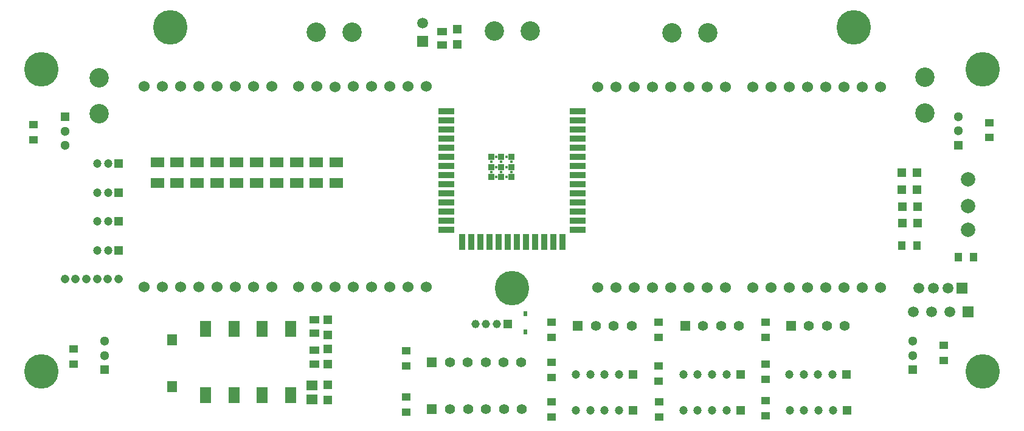
<source format=gbr>
%FSTAX23Y23*%
%MOIN*%
%SFA1B1*%

%IPPOS*%
%ADD20R,0.043307X0.051181*%
%ADD21R,0.055441X0.039626*%
%ADD22R,0.051181X0.043307*%
%ADD23R,0.047244X0.047244*%
%ADD24R,0.062992X0.086614*%
%ADD25R,0.062992X0.085827*%
%ADD26R,0.047244X0.047244*%
%ADD27R,0.061024X0.053150*%
%ADD28R,0.075197X0.053937*%
%ADD29R,0.023622X0.031496*%
%ADD30C,0.078740*%
%ADD31R,0.035433X0.035433*%
%ADD32R,0.035433X0.088582*%
%ADD33R,0.088582X0.035433*%
%ADD34R,0.055118X0.059055*%
%ADD35R,0.057087X0.041339*%
%ADD54R,0.055118X0.055118*%
%ADD55C,0.055118*%
%ADD56C,0.047244*%
%ADD64C,0.045275*%
%ADD65R,0.045275X0.045275*%
%ADD71C,0.106299*%
%ADD72C,0.060000*%
%ADD73C,0.188976*%
%ADD74C,0.059055*%
%ADD75R,0.059055X0.059055*%
%ADD76C,0.047559*%
%ADD77C,0.051181*%
%ADD78R,0.051181X0.051181*%
%ADD79C,0.015748*%
%ADD80R,0.059055X0.059055*%
%LNbrushed_pcb_pads_top-1*%
%LPD*%
G54D20*
X0222Y-00134D03*
X02137D03*
X02529Y-002D03*
X02446D03*
G54D21*
X-01085Y-00785D03*
Y-0071D03*
X-01084Y-00541D03*
Y-00616D03*
G54D22*
X-00581Y-01047D03*
Y-00964D03*
X02617Y00457D03*
Y00539D03*
X-02404Y-00785D03*
Y-00702D03*
X-02623Y00445D03*
Y00528D03*
X00802Y-00556D03*
Y-00639D03*
X00216Y-00556D03*
Y-00639D03*
X0139Y-00556D03*
Y-00639D03*
X02366Y-00683D03*
Y-00765D03*
X00216Y-00857D03*
Y-00774D03*
X0139Y-00868D03*
Y-00785D03*
X00802Y-00877D03*
Y-00794D03*
X00805Y-01074D03*
Y-00991D03*
X0139Y-01068D03*
Y-00985D03*
X-00581Y-00795D03*
Y-00712D03*
X00216Y-00991D03*
Y-01074D03*
G54D23*
X0222Y00266D03*
X02137D03*
X0222Y00172D03*
X02137D03*
X02224Y00077D03*
X02141D03*
X02224Y-00012D03*
X02141D03*
X00664Y-01038D03*
X01253Y-00841D03*
X00664D03*
X01253Y-01038D03*
X01837D03*
X01834Y-00841D03*
X-02156Y00314D03*
Y00155D03*
Y-00002D03*
Y-00162D03*
G54D24*
X-01525Y-00592D03*
X-0137Y-00954D03*
X-01214D03*
X-01682Y-00592D03*
G54D25*
X-01525Y-00954D03*
X-0137Y-00592D03*
X-01214D03*
X-01682Y-00954D03*
G54D26*
X-0101Y-00785D03*
Y-00702D03*
X-01009Y-00624D03*
Y-00541D03*
X-01011Y-009D03*
Y-00983D03*
X-00299Y00968D03*
Y01051D03*
G54D27*
X-01096Y-00979D03*
Y-00902D03*
G54D28*
X-01291Y0032D03*
Y00209D03*
X-014Y0032D03*
Y00209D03*
X-01509Y0032D03*
Y00209D03*
X-01618Y0032D03*
Y00209D03*
X-01836Y0032D03*
Y00209D03*
X-01945Y0032D03*
Y00209D03*
X-01727Y0032D03*
Y00209D03*
X-01073Y0032D03*
Y00209D03*
X-01182Y0032D03*
Y00209D03*
X-00964Y0032D03*
Y00209D03*
G54D29*
X00074Y-00608D03*
Y-00509D03*
G54D30*
X025Y00228D03*
Y00082D03*
Y-00047D03*
G54D31*
X-00003Y00351D03*
X-00059D03*
X-00114D03*
X-00003Y00241D03*
X-00059D03*
X-00114D03*
X-00003Y00296D03*
X-00114D03*
X-00059D03*
G54D32*
X00275Y-00114D03*
X00225D03*
X00175D03*
X00125D03*
X00075D03*
X00025D03*
X-00025D03*
X-00075D03*
X-00125D03*
X-00175D03*
X-00225D03*
X-00275D03*
G54D33*
X0036Y006D03*
Y-00049D03*
Y0D03*
Y0005D03*
Y001D03*
Y0015D03*
Y002D03*
Y0025D03*
Y003D03*
Y0035D03*
Y004D03*
Y0045D03*
Y005D03*
Y0055D03*
X-00359Y0045D03*
Y004D03*
Y0035D03*
Y003D03*
Y0025D03*
Y002D03*
Y0015D03*
Y001D03*
Y0005D03*
Y0D03*
Y-00049D03*
Y005D03*
Y0055D03*
Y006D03*
G54D34*
X-01863Y-00908D03*
Y-00653D03*
G54D35*
X-00385Y01037D03*
Y00964D03*
G54D54*
X-00441Y-00775D03*
X00948Y-00576D03*
X-00439Y-01032D03*
X0036Y-00576D03*
X01529D03*
G54D55*
X-00342Y-00775D03*
X-00244D03*
X-00145D03*
X-00047D03*
X0005D03*
X01047Y-00576D03*
X01145D03*
X01244D03*
X-0034Y-01032D03*
X-00242D03*
X-00143D03*
X-00045D03*
X00052D03*
X00655Y-00576D03*
X00557D03*
X00458D03*
X01824D03*
X01726D03*
X01627D03*
G54D56*
X00349Y-01038D03*
X00428D03*
X00507D03*
X00585D03*
X-02274Y-00162D03*
Y00155D03*
Y00314D03*
Y-00002D03*
X-02215Y00314D03*
Y00155D03*
Y-00002D03*
Y-00162D03*
X00938Y-00841D03*
X01017D03*
X01096D03*
X01175D03*
X00585D03*
X00507D03*
X00428D03*
X00349D03*
X01175Y-01038D03*
X01096D03*
X01017D03*
X00938D03*
X01759D03*
X0168D03*
X01601D03*
X01523D03*
X01755Y-00841D03*
X01677D03*
X01598D03*
X01519D03*
G54D64*
X-00202Y-00564D03*
X-00143D03*
X-00084D03*
G54D65*
X-00025Y-00564D03*
G54D71*
X-00098Y01042D03*
X00098D03*
X-02263Y00589D03*
Y00786D03*
X-01074Y01034D03*
X-00877D03*
X01074Y01033D03*
X00877D03*
X02263Y00787D03*
Y0059D03*
G54D72*
X-01716Y00738D03*
X-01816Y00738D03*
X-01916Y00738D03*
X-02016D03*
X-01071Y00737D03*
X-01171D03*
X-00871D03*
X-00971Y00736D03*
X00771Y00735D03*
X00671Y00734D03*
X00571Y00735D03*
X00471D03*
X01618D03*
X01518Y00734D03*
X01418Y00735D03*
X01318D03*
X-01316Y-00361D03*
X-01416D03*
X-01516D03*
X-01616D03*
X-01716D03*
X-01816D03*
X-01916D03*
X-02016D03*
X-01616Y00738D03*
X-01416D03*
X-01316D03*
X-01516D03*
X-00471Y-00362D03*
X-00571D03*
X-00671D03*
X-00771D03*
X-00871D03*
X-00971D03*
X-01071D03*
X-01171D03*
X-00771Y00737D03*
X-00571D03*
X-00471D03*
X-00671D03*
X01171Y-00364D03*
X01071D03*
X00971D03*
X00871D03*
X00771D03*
X00671D03*
X00571D03*
X00471D03*
X00871Y00735D03*
X01071D03*
X01171D03*
X00971D03*
X02018Y-00364D03*
X01918D03*
X01818D03*
X01718D03*
X01618D03*
X01518D03*
X01418D03*
X01318D03*
X01718Y00735D03*
X01918D03*
X02018D03*
X01818D03*
G54D73*
X0Y-0037D03*
X01873Y01062D03*
X-02579Y-00824D03*
X02579D03*
Y0083D03*
X-01873Y01062D03*
X-02579Y0083D03*
G54D74*
X02198Y-00499D03*
X02298D03*
X02398D03*
X02231Y-00369D03*
X02388D03*
X0231D03*
X-00492Y01084D03*
G54D75*
X02498Y-00499D03*
X02467Y-00369D03*
G54D76*
X-02452Y-00318D03*
X-02393D03*
X-02334D03*
X-02275D03*
X-02216D03*
X-02157D03*
G54D77*
X02446Y00573D03*
Y00494D03*
X-02234Y-00738D03*
Y-00659D03*
X-02452Y00414D03*
Y00493D03*
X02195Y-00659D03*
Y-00738D03*
G54D78*
X02446Y00415D03*
X-02234Y-00816D03*
X-02452Y00572D03*
X02195Y-00816D03*
G54D79*
X-00031Y00241D03*
X-00086D03*
X-00031Y00296D03*
X-00086D03*
X-00031Y00351D03*
X-00086D03*
X-00003Y00269D03*
X-00059D03*
X-00114D03*
X-00003Y00324D03*
X-00114D03*
X-00059D03*
G54D80*
X-00492Y00984D03*
M02*
</source>
